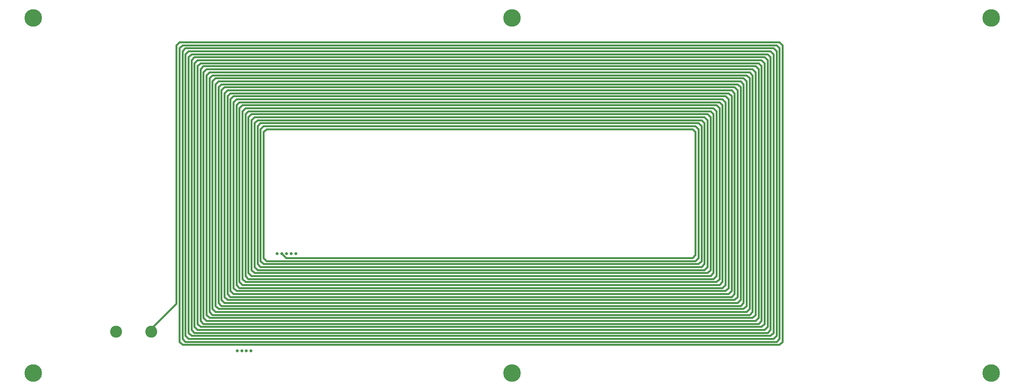
<source format=gtl>
%TF.GenerationSoftware,KiCad,Pcbnew,7.0.2-0*%
%TF.CreationDate,2024-05-09T13:19:14-07:00*%
%TF.ProjectId,New_Coil_Panel_Y,4e65775f-436f-4696-9c5f-50616e656c5f,2.0*%
%TF.SameCoordinates,Original*%
%TF.FileFunction,Copper,L1,Top*%
%TF.FilePolarity,Positive*%
%FSLAX46Y46*%
G04 Gerber Fmt 4.6, Leading zero omitted, Abs format (unit mm)*
G04 Created by KiCad (PCBNEW 7.0.2-0) date 2024-05-09 13:19:14*
%MOMM*%
%LPD*%
G01*
G04 APERTURE LIST*
%TA.AperFunction,ComponentPad*%
%ADD10C,2.600000*%
%TD*%
%TA.AperFunction,ConnectorPad*%
%ADD11C,3.800000*%
%TD*%
%TA.AperFunction,ViaPad*%
%ADD12C,0.650000*%
%TD*%
%TA.AperFunction,Conductor*%
%ADD13C,0.450000*%
%TD*%
G04 APERTURE END LIST*
D10*
X52371631Y-50586000D03*
D11*
X52371631Y-50586000D03*
D10*
X70348000Y-118626000D03*
X77968000Y-118626000D03*
X156121631Y-50586000D03*
D11*
X156121631Y-50586000D03*
D10*
X259871631Y-127586000D03*
D11*
X259871631Y-127586000D03*
D10*
X156121631Y-127586000D03*
D11*
X156121631Y-127586000D03*
D10*
X52371631Y-127586000D03*
D11*
X52371631Y-127586000D03*
D10*
X259871631Y-50586000D03*
D11*
X259871631Y-50586000D03*
D12*
X106269688Y-101733880D03*
X97633688Y-122783880D03*
X99568000Y-122783880D03*
X96617688Y-122783880D03*
X107285688Y-101733880D03*
X108301688Y-101733880D03*
X109317688Y-101733880D03*
X98552000Y-122783880D03*
X105253688Y-101733880D03*
D13*
X90543689Y-63621380D02*
X90543689Y-114321380D01*
X98343688Y-107821380D02*
X97693689Y-107171380D01*
X212743689Y-118871380D02*
X212093689Y-119521380D01*
X208843688Y-114971380D02*
X208193689Y-115621380D01*
X90543688Y-115621380D02*
X89893688Y-114971380D01*
X196493689Y-103921380D02*
X102243688Y-103921380D01*
X202343689Y-109771380D02*
X96393688Y-109771380D01*
X98993689Y-72071380D02*
X99643688Y-71421380D01*
X200393689Y-69471380D02*
X201043689Y-70121380D01*
X92493688Y-113671380D02*
X91843688Y-113021380D01*
X214043689Y-120171380D02*
X214043689Y-57121380D01*
X87943689Y-61021380D02*
X87943689Y-116921380D01*
X200393688Y-70771380D02*
X200393688Y-106521380D01*
X99643689Y-72721380D02*
X100293689Y-72071380D01*
X91843688Y-63621380D02*
X206243689Y-63621380D01*
X204293689Y-110421380D02*
X203643689Y-111071380D01*
X201693689Y-69471380D02*
X201693689Y-107821380D01*
X214043689Y-55821380D02*
X84043689Y-55821380D01*
X212093688Y-118221380D02*
X211443689Y-118871380D01*
X87293689Y-60371380D02*
X87293689Y-117571380D01*
X213393688Y-57771380D02*
X212743689Y-57121380D01*
X197793689Y-105221380D02*
X100943689Y-105221380D01*
X211443689Y-118871380D02*
X87293688Y-118871380D01*
X197143688Y-74021380D02*
X197143688Y-103271380D01*
X203643689Y-66221380D02*
X204293689Y-66871380D01*
X85343688Y-120821380D02*
X213393689Y-120821380D01*
X197143688Y-103271380D02*
X196493689Y-103921380D01*
X206893689Y-114321380D02*
X91843688Y-114321380D01*
X91193689Y-62971380D02*
X206893689Y-62971380D01*
X201043689Y-108471380D02*
X97693689Y-108471380D01*
X85993688Y-120171380D02*
X212743689Y-120171380D01*
X212093688Y-59071380D02*
X212093688Y-118221380D01*
X98993688Y-107171380D02*
X98343688Y-106521380D01*
X95093689Y-68171380D02*
X95743689Y-67521380D01*
X201693689Y-109121380D02*
X97043688Y-109121380D01*
X92493689Y-64271380D02*
X205593689Y-64271380D01*
X101593689Y-74671380D02*
X102243689Y-74021380D01*
X100943689Y-72721380D02*
X197143689Y-72721380D01*
X100293689Y-73371380D02*
X100943689Y-72721380D01*
X207543689Y-63621380D02*
X207543689Y-113671380D01*
X83393689Y-56471380D02*
X83393689Y-112537379D01*
X206893688Y-113021380D02*
X206243689Y-113671380D01*
X95743689Y-68821380D02*
X96393688Y-68171380D01*
X86643689Y-59721380D02*
X86643689Y-118221379D01*
X84693689Y-120171380D02*
X85343688Y-120821380D01*
X89893689Y-62971380D02*
X89893689Y-114971379D01*
X195193689Y-102621380D02*
X195843688Y-101971380D01*
X206243689Y-64921380D02*
X206243689Y-112371380D01*
X97693689Y-70771380D02*
X97693689Y-107171380D01*
X209493689Y-60371380D02*
X210143688Y-61021380D01*
X99643689Y-72721380D02*
X99643689Y-105221379D01*
X201043689Y-107171380D02*
X200393689Y-107821380D01*
X214693689Y-120821380D02*
X214693689Y-56471380D01*
X206243689Y-63621380D02*
X206893688Y-64271380D01*
X92493689Y-65571380D02*
X93143688Y-64921380D01*
X85343689Y-58421380D02*
X85993689Y-57771380D01*
X91193689Y-64271380D02*
X91843688Y-63621380D01*
X205593688Y-65571380D02*
X205593688Y-111721380D01*
X204293689Y-111721380D02*
X94443689Y-111721380D01*
X87293689Y-59071380D02*
X210793689Y-59071380D01*
X206243689Y-112371380D02*
X205593689Y-113021380D01*
X98993689Y-70771380D02*
X199093689Y-70771380D01*
X91843689Y-64921380D02*
X92493689Y-64271380D01*
X100943689Y-74021380D02*
X101593688Y-73371380D01*
X208843689Y-116271380D02*
X89893688Y-116271380D01*
X201693689Y-68171380D02*
X202343688Y-68821380D01*
X198443689Y-72721380D02*
X198443689Y-104571380D01*
X93793688Y-112371380D02*
X93143688Y-111721380D01*
X214043689Y-121471380D02*
X214693689Y-120821380D01*
X195193689Y-74671380D02*
X102893688Y-74671380D01*
X85993689Y-59071380D02*
X86643688Y-58421380D01*
X95743689Y-68821380D02*
X95743689Y-109121379D01*
X96393688Y-109771380D02*
X95743689Y-109121380D01*
X84043689Y-57121380D02*
X84043689Y-120821380D01*
X94443689Y-66221380D02*
X203643689Y-66221380D01*
X85343688Y-57121380D02*
X84693689Y-57771380D01*
X212743689Y-57121380D02*
X85343688Y-57121380D01*
X210143689Y-59721380D02*
X210793689Y-60371380D01*
X196493689Y-73371380D02*
X197143688Y-74021380D01*
X90543689Y-63621380D02*
X91193689Y-62971380D01*
X101593689Y-74671380D02*
X101593689Y-103271380D01*
X213393689Y-56471380D02*
X84693689Y-56471380D01*
X101593688Y-104571380D02*
X100943689Y-103921380D01*
X102243689Y-75321380D02*
X102243689Y-102621379D01*
X195843689Y-74021380D02*
X196493689Y-74671380D01*
X206893689Y-62971380D02*
X207543689Y-63621380D01*
X87943689Y-61021380D02*
X88593688Y-60371380D01*
X102893688Y-74671380D02*
X102243689Y-75321380D01*
X202993689Y-110421380D02*
X95743688Y-110421380D01*
X102893688Y-103271380D02*
X102243689Y-102621380D01*
X88593689Y-61671380D02*
X88593689Y-116271380D01*
X97043689Y-70121380D02*
X97043689Y-107821380D01*
X208193689Y-62971380D02*
X208193689Y-114321380D01*
X97693689Y-70771380D02*
X98343688Y-70121380D01*
X212743689Y-58421380D02*
X212743689Y-118871380D01*
X205593689Y-64271380D02*
X206243689Y-64921380D01*
X204943689Y-112371380D02*
X93793688Y-112371380D01*
X195843688Y-75321380D02*
X195193689Y-74671380D01*
X206893688Y-64271380D02*
X206893688Y-113021380D01*
X84043689Y-55821380D02*
X83393689Y-56471380D01*
X95743689Y-67521380D02*
X202343689Y-67521380D01*
X199093689Y-106521380D02*
X99643688Y-106521380D01*
X199743689Y-105871380D02*
X199093689Y-106521380D01*
X91193689Y-114971380D02*
X90543689Y-114321380D01*
X195843688Y-101971380D02*
X195843688Y-75321380D01*
X203643688Y-109771380D02*
X202993689Y-110421380D01*
X106269688Y-101733880D02*
X107157188Y-102621380D01*
X202993689Y-68171380D02*
X202993689Y-109121380D01*
X91843688Y-114321380D02*
X91193689Y-113671380D01*
X91843689Y-64921380D02*
X91843689Y-113021380D01*
X107157188Y-102621380D02*
X195193689Y-102621380D01*
X207543689Y-113671380D02*
X206893689Y-114321380D01*
X90543689Y-62321380D02*
X207543689Y-62321380D01*
X202343689Y-67521380D02*
X202993689Y-68171380D01*
X88593689Y-61671380D02*
X89243689Y-61021380D01*
X97043689Y-70121380D02*
X97693689Y-69471380D01*
X93793689Y-65571380D02*
X204293689Y-65571380D01*
X199743689Y-70121380D02*
X200393688Y-70771380D01*
X95093688Y-111071380D02*
X94443689Y-110421380D01*
X197793689Y-73371380D02*
X197793689Y-103921380D01*
X100943689Y-105221380D02*
X100293689Y-104571380D01*
X95093689Y-68171380D02*
X95093689Y-109771380D01*
X98993689Y-72071380D02*
X98993689Y-105871379D01*
X88593688Y-60371380D02*
X209493689Y-60371380D01*
X98343688Y-70121380D02*
X199743689Y-70121380D01*
X209493689Y-116921380D02*
X89243688Y-116921380D01*
X102243689Y-74021380D02*
X195843689Y-74021380D01*
X84693689Y-121471380D02*
X214043689Y-121471380D01*
X204943689Y-64921380D02*
X205593688Y-65571380D01*
X202993689Y-66871380D02*
X203643688Y-67521380D01*
X97043689Y-68821380D02*
X201043689Y-68821380D01*
X83393689Y-112537379D02*
X77968000Y-117963068D01*
X93143689Y-66221380D02*
X93143689Y-111721379D01*
X205593688Y-111721380D02*
X204943689Y-112371380D01*
X86643688Y-58421380D02*
X211443689Y-58421380D01*
X98343689Y-71421380D02*
X98343689Y-106521380D01*
X93793689Y-66871380D02*
X94443689Y-66221380D01*
X93793689Y-66871380D02*
X93793689Y-111071380D01*
X89243689Y-62321380D02*
X89893688Y-61671380D01*
X89893688Y-61671380D02*
X208193689Y-61671380D01*
X197143689Y-104571380D02*
X101593688Y-104571380D01*
X89243689Y-61021380D02*
X208843689Y-61021380D01*
X210143688Y-61021380D02*
X210143688Y-116271380D01*
X203643689Y-111071380D02*
X95093688Y-111071380D01*
X100293688Y-105871380D02*
X99643688Y-105221380D01*
X89243688Y-116921380D02*
X88593688Y-116271380D01*
X209493689Y-61671380D02*
X209493689Y-115621380D01*
X100943689Y-74021380D02*
X100943689Y-103921380D01*
X87943689Y-118221380D02*
X87293689Y-117571380D01*
X98343689Y-71421380D02*
X98993689Y-70771380D01*
X84043689Y-120821380D02*
X84693689Y-121471380D01*
X93143689Y-66221380D02*
X93793689Y-65571380D01*
X97693689Y-108471380D02*
X97043689Y-107821380D01*
X95093688Y-66871380D02*
X202993689Y-66871380D01*
X89243689Y-62321380D02*
X89243689Y-115621379D01*
X91193689Y-64271380D02*
X91193689Y-113671380D01*
X208193689Y-115621380D02*
X90543688Y-115621380D01*
X85343689Y-58421380D02*
X85343689Y-119521380D01*
X210793689Y-116921380D02*
X210143689Y-117571380D01*
X77968000Y-117963068D02*
X77968000Y-118626000D01*
X95743688Y-110421380D02*
X95093688Y-109771380D01*
X94443689Y-67521380D02*
X95093688Y-66871380D01*
X89893689Y-62971380D02*
X90543689Y-62321380D01*
X86643689Y-59721380D02*
X87293689Y-59071380D01*
X87943689Y-59721380D02*
X210143689Y-59721380D01*
X84693689Y-56471380D02*
X84043689Y-57121380D01*
X201043689Y-68821380D02*
X201693689Y-69471380D01*
X198443689Y-71421380D02*
X199093688Y-72071380D01*
X100293689Y-73371380D02*
X100293689Y-104571380D01*
X199743689Y-107171380D02*
X98993688Y-107171380D01*
X85343688Y-119521380D02*
X85993688Y-120171380D01*
X99643688Y-106521380D02*
X98993689Y-105871380D01*
X86643688Y-119521380D02*
X85993689Y-118871380D01*
X100293689Y-72071380D02*
X197793689Y-72071380D01*
X94443689Y-111721380D02*
X93793689Y-111071380D01*
X96393688Y-68171380D02*
X201693689Y-68171380D01*
X207543689Y-62321380D02*
X208193689Y-62971380D01*
X197143689Y-72721380D02*
X197793689Y-73371380D01*
X204943689Y-111071380D02*
X204293689Y-111721380D01*
X211443689Y-58421380D02*
X212093688Y-59071380D01*
X89893688Y-116271380D02*
X89243689Y-115621380D01*
X94443689Y-67521380D02*
X94443689Y-110421380D01*
X199093688Y-72071380D02*
X199093688Y-105221380D01*
X200393688Y-106521380D02*
X199743689Y-107171380D01*
X197793689Y-72071380D02*
X198443689Y-72721380D01*
X203643688Y-67521380D02*
X203643688Y-109771380D01*
X84693689Y-57771380D02*
X84693689Y-120171380D01*
X102243688Y-103921380D02*
X101593688Y-103271380D01*
X201043689Y-70121380D02*
X201043689Y-107171380D01*
X213393689Y-120821380D02*
X214043689Y-120171380D01*
X208843688Y-62321380D02*
X208843688Y-114971380D01*
X198443689Y-104571380D02*
X197793689Y-105221380D01*
X210793689Y-60371380D02*
X210793689Y-116921380D01*
X88593688Y-117571380D02*
X87943689Y-116921380D01*
X202993689Y-109121380D02*
X202343689Y-109771380D01*
X93143688Y-113021380D02*
X92493689Y-112371380D01*
X93143688Y-64921380D02*
X204943689Y-64921380D01*
X208193689Y-61671380D02*
X208843688Y-62321380D01*
X96393689Y-69471380D02*
X97043689Y-68821380D01*
X196493689Y-74671380D02*
X196493689Y-102621380D01*
X198443689Y-105871380D02*
X100293688Y-105871380D01*
X97693689Y-69471380D02*
X200393689Y-69471380D01*
X202343688Y-108471380D02*
X201693689Y-109121380D01*
X210793689Y-59071380D02*
X211443689Y-59721380D01*
X92493689Y-65571380D02*
X92493689Y-112371379D01*
X201693689Y-107821380D02*
X201043689Y-108471380D01*
X197793689Y-103921380D02*
X197143689Y-104571380D01*
X214693689Y-56471380D02*
X214043689Y-55821380D01*
X97043688Y-109121380D02*
X96393688Y-108471380D01*
X101593688Y-73371380D02*
X196493689Y-73371380D01*
X204943689Y-66221380D02*
X204943689Y-111071380D01*
X210793689Y-118221380D02*
X87943689Y-118221380D01*
X212093689Y-119521380D02*
X86643688Y-119521380D01*
X87293689Y-60371380D02*
X87943689Y-59721380D01*
X208193689Y-114321380D02*
X207543689Y-114971380D01*
X214043689Y-57121380D02*
X213393689Y-56471380D01*
X204293689Y-66871380D02*
X204293689Y-110421380D01*
X85993689Y-57771380D02*
X212093689Y-57771380D01*
X99643688Y-71421380D02*
X198443689Y-71421380D01*
X210143688Y-116271380D02*
X209493689Y-116921380D01*
X199743689Y-71421380D02*
X199743689Y-105871380D01*
X195843689Y-103271380D02*
X102893688Y-103271380D01*
X205593689Y-113021380D02*
X93143688Y-113021380D01*
X209493689Y-115621380D02*
X208843689Y-116271380D01*
X213393688Y-119521380D02*
X213393688Y-57771380D01*
X199093688Y-105221380D02*
X198443689Y-105871380D01*
X211443689Y-117571380D02*
X210793689Y-118221380D01*
X204293689Y-65571380D02*
X204943689Y-66221380D01*
X85993689Y-59071380D02*
X85993689Y-118871379D01*
X210143689Y-117571380D02*
X88593688Y-117571380D01*
X206243689Y-113671380D02*
X92493688Y-113671380D01*
X96393689Y-69471380D02*
X96393689Y-108471379D01*
X208843689Y-61021380D02*
X209493689Y-61671380D01*
X87293688Y-118871380D02*
X86643688Y-118221380D01*
X202343688Y-68821380D02*
X202343688Y-108471380D01*
X199093689Y-70771380D02*
X199743689Y-71421380D01*
X207543689Y-114971380D02*
X91193689Y-114971380D01*
X212093689Y-57771380D02*
X212743689Y-58421380D01*
X211443689Y-59721380D02*
X211443689Y-117571380D01*
X196493689Y-102621380D02*
X195843689Y-103271380D01*
X212743689Y-120171380D02*
X213393688Y-119521380D01*
X200393689Y-107821380D02*
X98343688Y-107821380D01*
M02*

</source>
